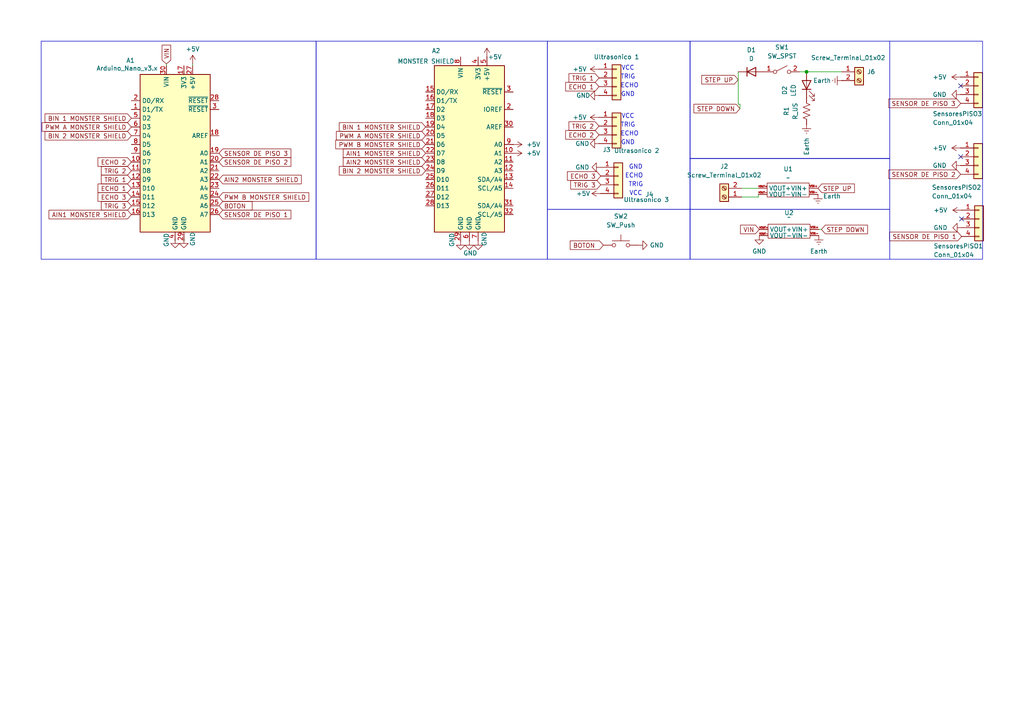
<source format=kicad_sch>
(kicad_sch (version 20231120) (generator "eeschema") (generator_version "8.0")
  (paper "A4")
  (lib_symbols
    (symbol "Conn_01x04_1" (pin_names (offset 1.016) hide)
      (property "Reference" "J" (at 0 5.08 0))
      (property "Value" "Conn_01x04" (at 0 -7.62 0))
      (symbol "Conn_01x04_1_1_1"
        (rectangle (start -1.27 -4.953) (end 0 -5.207) (stroke (width 0.1524)))
        (rectangle (start -1.27 -2.413) (end 0 -2.667) (stroke (width 0.1524)))
        (rectangle (start -1.27 0.127) (end 0 -0.127) (stroke (width 0.1524)))
        (rectangle (start -1.27 2.667) (end 0 2.413) (stroke (width 0.1524)))
        (rectangle (start -1.27 3.81) (end 1.27 -6.35) (stroke (width 0.254)) (fill (type background)))
        (pin passive line (at -5.08 2.54 0) (length 3.81) (name "Pin_1") (number "1"))
        (pin passive line (at -5.08 0 0) (length 3.81) (name "Pin_2") (number "2"))
        (pin passive line (at -5.08 -2.54 0) (length 3.81) (name "Pin_3") (number "3"))
        (pin passive line (at -5.08 -5.08 0) (length 3.81) (name "Pin_4") (number "4"))
      )
    )
    (symbol "Connector:Screw_Terminal_01x02" (pin_names (offset 1.016) hide)
      (property "Reference" "J" (at 0 2.54 0))
      (property "Value" "Screw_Terminal_01x02" (at 0 -5.08 0))
      (symbol "Screw_Terminal_01x02_1_1"
        (rectangle (start -1.27 1.27) (end 1.27 -3.81) (stroke (width 0.254)) (fill (type background)))
        (circle (center 0 -2.54) (radius 0.635) (stroke (width 0.1524)))
        (polyline (pts (xy -0.5334 -2.2098) (xy 0.3302 -3.048)) (stroke (width 0.1524)))
        (polyline (pts (xy -0.5334 0.3302) (xy 0.3302 -0.508)) (stroke (width 0.1524)))
        (polyline (pts (xy -0.3556 -2.032) (xy 0.508 -2.8702)) (stroke (width 0.1524)))
        (polyline (pts (xy -0.3556 0.508) (xy 0.508 -0.3302)) (stroke (width 0.1524)))
        (circle (center 0 0) (radius 0.635) (stroke (width 0.1524)))
        (pin passive line (at -5.08 0 0) (length 3.81) (name "Pin_1") (number "1"))
        (pin passive line (at -5.08 -2.54 0) (length 3.81) (name "Pin_2") (number "2"))
      )
    )
    (symbol "Connector_Generic:Conn_01x04" (pin_names (offset 1.016) hide)
      (property "Reference" "J1" (at -1.016 5.08 0))
      (property "Value" "Ultrasonico" (at -5.842 -7.62 0))
      (symbol "Conn_01x04_1_1"
        (rectangle (start -1.27 -4.953) (end 0 -5.207) (stroke (width 0.1524)))
        (rectangle (start -1.27 -2.413) (end 0 -2.667) (stroke (width 0.1524)))
        (rectangle (start -1.27 0.127) (end 0 -0.127) (stroke (width 0.1524)))
        (rectangle (start -1.27 2.667) (end 0 2.413) (stroke (width 0.1524)))
        (rectangle (start -1.27 3.81) (end 1.27 -6.35) (stroke (width 0.254)) (fill (type background)))
        (pin passive line (at -5.08 2.54 0) (length 3.81) (name "Pin_1") (number "1"))
        (pin passive line (at -5.08 0 0) (length 3.81) (name "Pin_2") (number "2"))
        (pin passive line (at -5.08 -2.54 0) (length 3.81) (name "Pin_3") (number "3"))
        (pin passive line (at -5.08 -5.08 0) (length 3.81) (name "Pin_4") (number "4"))
      )
    )
    (symbol "Device:D" (pin_numbers hide) (pin_names (offset 1.016) hide)
      (property "Reference" "D" (at 0 2.54 0))
      (property "Value" "D" (at 0 -2.54 0))
      (symbol "D_0_1"
        (polyline (pts (xy -1.27 1.27) (xy -1.27 -1.27)) (stroke (width 0.254)))
        (polyline (pts (xy 1.27 0) (xy -1.27 0)))
        (polyline (pts (xy 1.27 1.27) (xy 1.27 -1.27) (xy -1.27 0) (xy 1.27 1.27)) (stroke (width 0.254)))
      )
      (symbol "D_1_1"
        (pin passive line (at -3.81 0 0) (length 2.54) (name "K") (number "1"))
        (pin passive line (at 3.81 0 180) (length 2.54) (name "A") (number "2"))
      )
    )
    (symbol "Device:LED" (pin_numbers hide) (pin_names (offset 1.016) hide)
      (property "Reference" "D" (at 0 2.54 0))
      (property "Value" "LED" (at 0 -2.54 0))
      (symbol "LED_0_1"
        (polyline (pts (xy -1.27 -1.27) (xy -1.27 1.27)) (stroke (width 0.254)))
        (polyline (pts (xy -1.27 0) (xy 1.27 0)))
        (polyline (pts (xy 1.27 -1.27) (xy 1.27 1.27) (xy -1.27 0) (xy 1.27 -1.27)) (stroke (width 0.254)))
        (polyline (pts (xy -3.048 -0.762) (xy -4.572 -2.286) (xy -3.81 -2.286) (xy -4.572 -2.286) (xy -4.572 -1.524)))
        (polyline (pts (xy -1.778 -0.762) (xy -3.302 -2.286) (xy -2.54 -2.286) (xy -3.302 -2.286) (xy -3.302 -1.524)))
      )
      (symbol "LED_1_1"
        (pin passive line (at -3.81 0 0) (length 2.54) (name "K") (number "1"))
        (pin passive line (at 3.81 0 180) (length 2.54) (name "A") (number "2"))
      )
    )
    (symbol "Device:R_US" (pin_numbers hide) (pin_names (offset 0))
      (property "Reference" "R" (at 2.54 0 90))
      (property "Value" "R_US" (at -2.54 0 90))
      (symbol "R_US_0_1"
        (polyline (pts (xy 0 -2.286) (xy 0 -2.54)))
        (polyline (pts (xy 0 2.286) (xy 0 2.54)))
        (polyline (pts (xy 0 -0.762) (xy 1.016 -1.143) (xy 0 -1.524) (xy -1.016 -1.905) (xy 0 -2.286)))
        (polyline (pts (xy 0 0.762) (xy 1.016 0.381) (xy 0 0) (xy -1.016 -0.381) (xy 0 -0.762)))
        (polyline (pts (xy 0 2.286) (xy 1.016 1.905) (xy 0 1.524) (xy -1.016 1.143) (xy 0 0.762)))
      )
      (symbol "R_US_1_1"
        (pin passive line (at 0 3.81 270) (length 1.27) (name "~") (number "1"))
        (pin passive line (at 0 -3.81 90) (length 1.27) (name "~") (number "2"))
      )
    )
    (symbol "MCU_Module:Arduino_Nano_v3.x"
      (property "Reference" "A" (at -10.16 23.495 0))
      (property "Value" "Arduino_Nano_v3.x" (at 5.08 -24.13 0))
      (symbol "Arduino_Nano_v3.x_0_1"
        (rectangle (start -10.16 22.86) (end 10.16 -22.86) (stroke (width 0.254)) (fill (type background)))
      )
      (symbol "Arduino_Nano_v3.x_1_1"
        (pin bidirectional line (at -12.7 12.7 0) (length 2.54) (name "D1/TX") (number "1"))
        (pin bidirectional line (at -12.7 -2.54 0) (length 2.54) (name "D7") (number "10"))
        (pin bidirectional line (at -12.7 -5.08 0) (length 2.54) (name "D8") (number "11"))
        (pin bidirectional line (at -12.7 -7.62 0) (length 2.54) (name "D9") (number "12"))
        (pin bidirectional line (at -12.7 -10.16 0) (length 2.54) (name "D10") (number "13"))
        (pin bidirectional line (at -12.7 -12.7 0) (length 2.54) (name "D11") (number "14"))
        (pin bidirectional line (at -12.7 -15.24 0) (length 2.54) (name "D12") (number "15"))
        (pin bidirectional line (at -12.7 -17.78 0) (length 2.54) (name "D13") (number "16"))
        (pin power_out line (at 2.54 25.4 270) (length 2.54) (name "3V3") (number "17"))
        (pin input line (at 12.7 5.08 180) (length 2.54) (name "AREF") (number "18"))
        (pin bidirectional line (at 12.7 0 180) (length 2.54) (name "A0") (number "19"))
        (pin bidirectional line (at -12.7 15.24 0) (length 2.54) (name "D0/RX") (number "2"))
        (pin bidirectional line (at 12.7 -2.54 180) (length 2.54) (name "A1") (number "20"))
        (pin bidirectional line (at 12.7 -5.08 180) (length 2.54) (name "A2") (number "21"))
        (pin bidirectional line (at 12.7 -7.62 180) (length 2.54) (name "A3") (number "22"))
        (pin bidirectional line (at 12.7 -10.16 180) (length 2.54) (name "A4") (number "23"))
        (pin bidirectional line (at 12.7 -12.7 180) (length 2.54) (name "A5") (number "24"))
        (pin bidirectional line (at 12.7 -15.24 180) (length 2.54) (name "A6") (number "25"))
        (pin bidirectional line (at 12.7 -17.78 180) (length 2.54) (name "A7") (number "26"))
        (pin power_out line (at 5.08 25.4 270) (length 2.54) (name "+5V") (number "27"))
        (pin input line (at 12.7 15.24 180) (length 2.54) (name "~{RESET}") (number "28"))
        (pin power_in line (at 2.54 -25.4 90) (length 2.54) (name "GND") (number "29"))
        (pin input line (at 12.7 12.7 180) (length 2.54) (name "~{RESET}") (number "3"))
        (pin power_in line (at -2.54 25.4 270) (length 2.54) (name "VIN") (number "30"))
        (pin power_in line (at 0 -25.4 90) (length 2.54) (name "GND") (number "4"))
        (pin bidirectional line (at -12.7 10.16 0) (length 2.54) (name "D2") (number "5"))
        (pin bidirectional line (at -12.7 7.62 0) (length 2.54) (name "D3") (number "6"))
        (pin bidirectional line (at -12.7 5.08 0) (length 2.54) (name "D4") (number "7"))
        (pin bidirectional line (at -12.7 2.54 0) (length 2.54) (name "D5") (number "8"))
        (pin bidirectional line (at -12.7 0 0) (length 2.54) (name "D6") (number "9"))
      )
    )
    (symbol "MCU_Module:Arduino_UNO_R3"
      (property "Reference" "A" (at -10.16 23.495 0))
      (property "Value" "Arduino_UNO_R3" (at 5.08 -26.67 0))
      (symbol "Arduino_UNO_R3_0_1"
        (rectangle (start -10.16 22.86) (end 10.16 -25.4) (stroke (width 0.254)) (fill (type background)))
      )
      (symbol "Arduino_UNO_R3_1_1"
        (pin no_connect line (at -10.16 -20.32 0) (length 2.54) hide (name "NC") (number "1"))
        (pin bidirectional line (at 12.7 -2.54 180) (length 2.54) (name "A1") (number "10"))
        (pin bidirectional line (at 12.7 -5.08 180) (length 2.54) (name "A2") (number "11"))
        (pin bidirectional line (at 12.7 -7.62 180) (length 2.54) (name "A3") (number "12"))
        (pin bidirectional line (at 12.7 -10.16 180) (length 2.54) (name "SDA/A4") (number "13"))
        (pin bidirectional line (at 12.7 -12.7 180) (length 2.54) (name "SCL/A5") (number "14"))
        (pin bidirectional line (at -12.7 15.24 0) (length 2.54) (name "D0/RX") (number "15"))
        (pin bidirectional line (at -12.7 12.7 0) (length 2.54) (name "D1/TX") (number "16"))
        (pin bidirectional line (at -12.7 10.16 0) (length 2.54) (name "D2") (number "17"))
        (pin bidirectional line (at -12.7 7.62 0) (length 2.54) (name "D3") (number "18"))
        (pin bidirectional line (at -12.7 5.08 0) (length 2.54) (name "D4") (number "19"))
        (pin output line (at 12.7 10.16 180) (length 2.54) (name "IOREF") (number "2"))
        (pin bidirectional line (at -12.7 2.54 0) (length 2.54) (name "D5") (number "20"))
        (pin bidirectional line (at -12.7 0 0) (length 2.54) (name "D6") (number "21"))
        (pin bidirectional line (at -12.7 -2.54 0) (length 2.54) (name "D7") (number "22"))
        (pin bidirectional line (at -12.7 -5.08 0) (length 2.54) (name "D8") (number "23"))
        (pin bidirectional line (at -12.7 -7.62 0) (length 2.54) (name "D9") (number "24"))
        (pin bidirectional line (at -12.7 -10.16 0) (length 2.54) (name "D10") (number "25"))
        (pin bidirectional line (at -12.7 -12.7 0) (length 2.54) (name "D11") (number "26"))
        (pin bidirectional line (at -12.7 -15.24 0) (length 2.54) (name "D12") (number "27"))
        (pin bidirectional line (at -12.7 -17.78 0) (length 2.54) (name "D13") (number "28"))
        (pin power_in line (at -2.54 -27.94 90) (length 2.54) (name "GND") (number "29"))
        (pin input line (at 12.7 15.24 180) (length 2.54) (name "~{RESET}") (number "3"))
        (pin input line (at 12.7 5.08 180) (length 2.54) (name "AREF") (number "30"))
        (pin bidirectional line (at 12.7 -17.78 180) (length 2.54) (name "SDA/A4") (number "31"))
        (pin bidirectional line (at 12.7 -20.32 180) (length 2.54) (name "SCL/A5") (number "32"))
        (pin power_out line (at 2.54 25.4 270) (length 2.54) (name "3V3") (number "4"))
        (pin power_out line (at 5.08 25.4 270) (length 2.54) (name "+5V") (number "5"))
        (pin power_in line (at 0 -27.94 90) (length 2.54) (name "GND") (number "6"))
        (pin power_in line (at 2.54 -27.94 90) (length 2.54) (name "GND") (number "7"))
        (pin power_in line (at -2.54 25.4 270) (length 2.54) (name "VIN") (number "8"))
        (pin bidirectional line (at 12.7 0 180) (length 2.54) (name "A0") (number "9"))
      )
    )
    (symbol "Mt3608:LM2596"
      (property "Reference" "U" (at 0 3.81 0))
      (symbol "LM2596_0_1"
        (rectangle (start -6.096 2.794) (end 6.096 -1.27))
      )
      (symbol "LM2596_1_1"
        (pin input line (at 8.636 1.27 180) (length 2.54) (name "VIN+") (number "VIN+"))
        (pin input line (at 8.636 -0.508 180) (length 2.54) (name "VIN-") (number "VIN-"))
        (pin input line (at -8.636 1.27 0) (length 2.54) (name "VOUT+") (number "VOUT+"))
        (pin input line (at -8.636 -0.508 0) (length 2.54) (name "VOUT-") (number "VOUT-"))
      )
    )
    (symbol "Mt3608:mt3608"
      (property "Reference" "U" (at 0 0 0))
      (symbol "mt3608_0_1"
        (rectangle (start -5.08 -1.016) (end 7.112 -5.08))
      )
      (symbol "mt3608_1_1"
        (pin input line (at 9.652 -2.54 180) (length 2.54) (name "VIN+") (number "VIN+"))
        (pin input line (at 9.652 -4.318 180) (length 2.54) (name "VIN-") (number "VIN-"))
        (pin input line (at -7.62 -2.54 0) (length 2.54) (name "VOUT+") (number "VOUT+"))
        (pin input line (at -7.62 -4.318 0) (length 2.54) (name "VOUT-") (number "VOUT-"))
      )
    )
    (symbol "Switch:SW_Push" (pin_numbers hide) (pin_names (offset 1.016) hide)
      (property "Reference" "SW" (at 1.27 2.54 0))
      (property "Value" "SW_Push" (at 0 -1.524 0))
      (symbol "SW_Push_0_1"
        (circle (center -2.032 0) (radius 0.508))
        (polyline (pts (xy 0 1.27) (xy 0 3.048)))
        (polyline (pts (xy 2.54 1.27) (xy -2.54 1.27)))
        (circle (center 2.032 0) (radius 0.508))
        (pin passive line (at -5.08 0 0) (length 2.54) (name "1") (number "1"))
        (pin passive line (at 5.08 0 180) (length 2.54) (name "2") (number "2"))
      )
    )
    (symbol "Switch:SW_SPST" (pin_names (offset 0) hide)
      (property "Reference" "SW" (at 0 3.175 0))
      (property "Value" "SW_SPST" (at 0 -2.54 0))
      (symbol "SW_SPST_0_0"
        (circle (center -2.032 0) (radius 0.508))
        (polyline (pts (xy -1.524 0.254) (xy 1.524 1.778)))
        (circle (center 2.032 0) (radius 0.508))
      )
      (symbol "SW_SPST_1_1"
        (pin passive line (at -5.08 0 0) (length 2.54) (name "A") (number "1"))
        (pin passive line (at 5.08 0 180) (length 2.54) (name "B") (number "2"))
      )
    )
    (symbol "power:+5V" (power) (pin_numbers hide) (pin_names (offset 0) hide)
      (property "Value" "+5V" (at 0 3.556 0))
      (symbol "+5V_0_1"
        (polyline (pts (xy -0.762 1.27) (xy 0 2.54)))
        (polyline (pts (xy 0 0) (xy 0 2.54)))
        (polyline (pts (xy 0 2.54) (xy 0.762 1.27)))
      )
      (symbol "+5V_1_1"
        (pin power_in line (at 0 0 90) (length 0) (name "~") (number "1"))
      )
    )
    (symbol "power:Earth" (power) (pin_numbers hide) (pin_names (offset 0) hide)
      (property "Value" "Earth" (at 0 -3.81 0))
      (symbol "Earth_0_1"
        (polyline (pts (xy -0.635 -1.905) (xy 0.635 -1.905)))
        (polyline (pts (xy -0.127 -2.54) (xy 0.127 -2.54)))
        (polyline (pts (xy 0 -1.27) (xy 0 0)))
        (polyline (pts (xy 1.27 -1.27) (xy -1.27 -1.27)))
      )
      (symbol "Earth_1_1"
        (pin power_in line (at 0 0 270) (length 0) (name "~") (number "1"))
      )
    )
    (symbol "power:GND" (power) (pin_numbers hide) (pin_names (offset 0) hide)
      (property "Value" "GND" (at 0 -3.81 0))
      (symbol "GND_0_1"
        (polyline (pts (xy 0 0) (xy 0 -1.27) (xy 1.27 -1.27) (xy 0 -2.54) (xy -1.27 -1.27) (xy 0 -1.27)))
      )
      (symbol "GND_1_1"
        (pin power_in line (at 0 0 270) (length 0) (name "~") (number "1"))
      )
    )
  )
  (junction (at 233.934 20.828))
  (no_connect (at 278.638 45.466))
  (no_connect (at 278.892 63.5))
  (no_connect (at 278.638 24.892))
  (wire (pts (xy 219.964 56.388) (xy 219.964 57.15)))
  (wire (pts (xy 214.122 30.226) (xy 214.122 20.828)))
  (wire (pts (xy 50.8 69.85) (xy 50.8 69.342)))
  (wire (pts (xy 238.252 66.548) (xy 237.49 66.548)))
  (wire (pts (xy 219.964 57.15) (xy 215.138 57.15)))
  (wire (pts (xy 214.63 30.226) (xy 214.63 31.496)))
  (wire (pts (xy 55.88 19.05) (xy 55.88 18.542)))
  (wire (pts (xy 233.934 20.828) (xy 244.094 20.828)))
  (wire (pts (xy 53.34 69.85) (xy 53.34 69.342)))
  (wire (pts (xy 215.138 54.61) (xy 219.964 54.61)))
  (wire (pts (xy 214.63 30.226) (xy 214.122 30.226)))
  (wire (pts (xy 231.902 20.828) (xy 233.934 20.828)))
  (wire (pts (xy 48.26 19.05) (xy 48.26 18.542)))
  (rectangle (start 200.152 45.974) (end 258.064 60.706))
  (rectangle (start 11.938 11.938) (end 91.694 75.184))
  (rectangle (start 91.694 11.938) (end 158.75 75.184))
  (rectangle (start 158.75 60.706) (end 200.152 75.184))
  (rectangle (start 200.152 11.938) (end 258.064 45.974))
  (rectangle (start 200.152 60.706) (end 258.064 75.184))
  (rectangle (start 258.064 11.938) (end 284.988 75.184))
  (rectangle (start 158.75 11.938) (end 200.152 60.706))
  (text "ECHO" (at 183.896 51.054 0) (effects (font (size 1.27 1.27))))
  (text "TRIG" (at 182.118 22.352 0) (effects (font (size 1.27 1.27))))
  (text "GND" (at 184.404 48.514 0) (effects (font (size 1.27 1.27))))
  (text "VCC\n" (at 182.118 19.812 0) (effects (font (size 1.27 1.27))))
  (text "VCC\n" (at 184.404 56.134 0) (effects (font (size 1.27 1.27))))
  (text "TRIG" (at 182.118 36.322 0) (effects (font (size 1.27 1.27))))
  (text "ECHO" (at 182.626 38.862 0) (effects (font (size 1.27 1.27))))
  (text "TRIG" (at 184.404 53.594 0) (effects (font (size 1.27 1.27))))
  (text "ECHO" (at 182.626 24.892 0) (effects (font (size 1.27 1.27))))
  (text "GND" (at 182.118 27.432 0) (effects (font (size 1.27 1.27))))
  (text "VCC\n" (at 182.118 33.782 0) (effects (font (size 1.27 1.27))))
  (text "GND" (at 182.118 41.402 0) (effects (font (size 1.27 1.27))))
  (global_label "TRIG 3" (shape input) (at 174.244 53.594 180) (property "Intersheetrefs" "${INTERSHEET_REFS}" (effects (hide yes))))
  (global_label "SENSOR DE PISO 3" (shape input) (at 278.638 29.972 180) (property "Intersheetrefs" "${INTERSHEET_REFS}" (effects (hide yes))))
  (global_label "TRIG 3" (shape input) (at 38.1 59.69 180) (property "Intersheetrefs" "${INTERSHEET_REFS}" (effects (hide yes))))
  (global_label "ECHO 1" (shape input) (at 173.736 25.146 180) (property "Intersheetrefs" "${INTERSHEET_REFS}" (effects (hide yes))))
  (global_label "BIN 1 MONSTER SHIELD" (shape input) (at 123.444 36.83 180) (property "Intersheetrefs" "${INTERSHEET_REFS}" (effects (hide yes))))
  (global_label "BIN 2 MONSTER SHIELD" (shape input) (at 38.1 39.37 180) (property "Intersheetrefs" "${INTERSHEET_REFS}" (effects (hide yes))))
  (global_label "ECHO 2" (shape input) (at 38.1 46.99 180) (property "Intersheetrefs" "${INTERSHEET_REFS}" (effects (hide yes))))
  (global_label "SENSOR DE PISO 2" (shape input) (at 63.5 46.99 0) (property "Intersheetrefs" "${INTERSHEET_REFS}" (effects (hide yes))))
  (global_label "VIN" (shape input) (at 48.26 18.542 90) (property "Intersheetrefs" "${INTERSHEET_REFS}" (effects (hide yes))))
  (global_label "STEP DOWN" (shape input) (at 214.63 31.496 180) (property "Intersheetrefs" "${INTERSHEET_REFS}" (effects (hide yes))))
  (global_label "SENSOR DE PISO 1" (shape input) (at 278.892 68.58 180) (property "Intersheetrefs" "${INTERSHEET_REFS}" (effects (hide yes))))
  (global_label "VIN" (shape input) (at 220.218 66.548 180) (property "Intersheetrefs" "${INTERSHEET_REFS}" (effects (hide yes))))
  (global_label "PWM A MONSTER SHIELD" (shape input) (at 123.444 39.37 180) (property "Intersheetrefs" "${INTERSHEET_REFS}" (effects (hide yes))))
  (global_label "BOTON " (shape input) (at 175.006 71.12 180) (property "Intersheetrefs" "${INTERSHEET_REFS}" (effects (hide yes))))
  (global_label "ECHO 3" (shape input) (at 174.244 51.054 180) (property "Intersheetrefs" "${INTERSHEET_REFS}" (effects (hide yes))))
  (global_label "SENSOR DE PISO 2" (shape input) (at 278.638 50.546 180) (property "Intersheetrefs" "${INTERSHEET_REFS}" (effects (hide yes))))
  (global_label "TRIG 1" (shape input) (at 173.736 22.606 180) (property "Intersheetrefs" "${INTERSHEET_REFS}" (effects (hide yes))))
  (global_label "ECHO 1" (shape input) (at 38.1 54.61 180) (property "Intersheetrefs" "${INTERSHEET_REFS}" (effects (hide yes))))
  (global_label "ECHO 2" (shape input) (at 173.736 39.116 180) (property "Intersheetrefs" "${INTERSHEET_REFS}" (effects (hide yes))))
  (global_label "STEP UP" (shape input) (at 214.122 23.114 180) (property "Intersheetrefs" "${INTERSHEET_REFS}" (effects (hide yes))))
  (global_label "TRIG 2" (shape input) (at 38.1 49.53 180) (property "Intersheetrefs" "${INTERSHEET_REFS}" (effects (hide yes))))
  (global_label "PWM B MONSTER SHIELD" (shape input) (at 123.444 41.91 180) (property "Intersheetrefs" "${INTERSHEET_REFS}" (effects (hide yes))))
  (global_label "TRIG 1" (shape input) (at 38.1 52.07 180) (property "Intersheetrefs" "${INTERSHEET_REFS}" (effects (hide yes))))
  (global_label "TRIG 2" (shape input) (at 173.736 36.576 180) (property "Intersheetrefs" "${INTERSHEET_REFS}" (effects (hide yes))))
  (global_label "AIN1 MONSTER SHIELD" (shape input) (at 123.444 44.45 180) (property "Intersheetrefs" "${INTERSHEET_REFS}" (effects (hide yes))))
  (global_label "BOTON " (shape input) (at 63.5 59.69 0) (property "Intersheetrefs" "${INTERSHEET_REFS}" (effects (hide yes))))
  (global_label "PWM B MONSTER SHIELD" (shape input) (at 63.5 57.15 0) (property "Intersheetrefs" "${INTERSHEET_REFS}" (effects (hide yes))))
  (global_label "STEP DOWN" (shape input) (at 238.252 66.548 0) (property "Intersheetrefs" "${INTERSHEET_REFS}" (effects (hide yes))))
  (global_label "STEP UP" (shape input) (at 237.236 54.61 0) (property "Intersheetrefs" "${INTERSHEET_REFS}" (effects (hide yes))))
  (global_label "SENSOR DE PISO 1" (shape input) (at 63.5 62.23 0) (property "Intersheetrefs" "${INTERSHEET_REFS}" (effects (hide yes))))
  (global_label "BIN 1 MONSTER SHIELD" (shape input) (at 38.1 34.29 180) (property "Intersheetrefs" "${INTERSHEET_REFS}" (effects (hide yes))))
  (global_label "PWM A MONSTER SHIELD" (shape input) (at 38.1 36.83 180) (property "Intersheetrefs" "${INTERSHEET_REFS}" (effects (hide yes))))
  (global_label "AIN1 MONSTER SHIELD" (shape input) (at 38.1 62.23 180) (property "Intersheetrefs" "${INTERSHEET_REFS}" (effects (hide yes))))
  (global_label "SENSOR DE PISO 3" (shape input) (at 63.5 44.45 0) (property "Intersheetrefs" "${INTERSHEET_REFS}" (effects (hide yes))))
  (global_label "AIN2 MONSTER SHIELD" (shape input) (at 123.444 46.99 180) (property "Intersheetrefs" "${INTERSHEET_REFS}" (effects (hide yes))))
  (global_label "BIN 2 MONSTER SHIELD" (shape input) (at 123.444 49.53 180) (property "Intersheetrefs" "${INTERSHEET_REFS}" (effects (hide yes))))
  (global_label "ECHO 3" (shape input) (at 38.1 57.15 180) (property "Intersheetrefs" "${INTERSHEET_REFS}" (effects (hide yes))))
  (global_label "AIN2 MONSTER SHIELD" (shape input) (at 63.5 52.07 0) (property "Intersheetrefs" "${INTERSHEET_REFS}" (effects (hide yes))))
  (symbol (lib_id "Connector_Generic:Conn_01x04") (at 178.816 22.606 0) (unit 1)
    (property "Reference" "J1" (at 63.5 -10.16 0))
    (property "Value" "Ultrasonico 1" (at 178.816 16.51 0))
    (property "Footprint" "Connector_PinHeader_2.54mm:PinHeader_1x04_P2.54mm_Vertical" (effects (hide yes)))
    (property "Description" "Generic connector, single row, 01x04, script generated (kicad-library-utils/schlib/autogen/connector/)" (effects (hide yes)))
  )
  (symbol (lib_id "power:Earth") (at 244.094 23.368 270) (unit 1)
    (property "Reference" "#PWR02" (effects (hide yes)))
    (property "Value" "Earth" (at 241.046 23.368 90) (effects (justify right)))
    (property "Description" "Power symbol creates a global label with name \"Earth\"" (effects (hide yes)))
  )
  (symbol (lib_id "power:+5V") (at 55.88 18.542 0) (unit 1)
    (property "Reference" "#PWR05" (effects (hide yes)))
    (property "Value" "+5V" (at 55.88 14.224 0))
    (property "Description" "Power symbol creates a global label with name \"+5V\"" (effects (hide yes)))
  )
  (symbol (lib_id "power:GND") (at 278.638 48.006 270) (unit 1)
    (property "Reference" "#PWR028" (effects (hide yes)))
    (property "Value" "GND" (at 274.574 48.0059 90) (effects (justify right)))
    (property "Description" "Power symbol creates a global label with name \"GND\" , ground" (effects (hide yes)))
  )
  (symbol (lib_id "power:+5V") (at 148.844 41.91 270) (unit 1)
    (property "Reference" "#PWR019" (effects (hide yes)))
    (property "Value" "+5V" (at 152.654 41.9099 90) (effects (justify left)))
    (property "Description" "Power symbol creates a global label with name \"+5V\"" (effects (hide yes)))
  )
  (symbol (lib_id "power:Earth") (at 233.934 36.068 0) (unit 1)
    (property "Reference" "#PWR01" (effects (hide yes)))
    (property "Value" "Earth" (at 233.934 39.878 90) (effects (justify right)))
    (property "Description" "Power symbol creates a global label with name \"Earth\"" (effects (hide yes)))
  )
  (symbol (lib_id "power:GND") (at 173.736 41.656 270) (unit 1)
    (property "Reference" "#PWR013" (effects (hide yes)))
    (property "Value" "GND" (at 168.91 41.656 90))
    (property "Description" "Power symbol creates a global label with name \"GND\" , ground" (effects (hide yes)))
  )
  (symbol (lib_id "power:GND") (at 278.892 66.04 270) (unit 1)
    (property "Reference" "#PWR030" (effects (hide yes)))
    (property "Value" "GND" (at 274.828 66.0399 90) (effects (justify right)))
    (property "Description" "Power symbol creates a global label with name \"GND\" , ground" (effects (hide yes)))
  )
  (symbol (lib_id "power:GND") (at 133.604 69.85 0) (unit 1)
    (property "Reference" "#PWR07" (effects (hide yes)))
    (property "Value" "GND" (at 131.064 69.596 90))
    (property "Description" "Power symbol creates a global label with name \"GND\" , ground" (effects (hide yes)))
  )
  (symbol (lib_id "power:GND") (at 278.638 27.432 270) (unit 1)
    (property "Reference" "#PWR017" (effects (hide yes)))
    (property "Value" "GND" (at 274.574 27.4319 90) (effects (justify right)))
    (property "Description" "Power symbol creates a global label with name \"GND\" , ground" (effects (hide yes)))
  )
  (symbol (lib_id "power:+5V") (at 173.736 20.066 90) (unit 1)
    (property "Reference" "#PWR016" (effects (hide yes)))
    (property "Value" "+5V" (at 170.18 20.0659 90) (effects (justify left)))
    (property "Description" "Power symbol creates a global label with name \"+5V\"" (effects (hide yes)))
  )
  (symbol (lib_id "Device:LED") (at 233.934 24.638 90) (unit 1)
    (property "Reference" "D2" (at 227.584 26.2255 0))
    (property "Value" "LED" (at 230.124 26.2255 0))
    (property "Footprint" "Connector_PinHeader_2.54mm:PinHeader_1x02_P2.54mm_Vertical" (effects (hide yes)))
    (property "Description" "Light emitting diode" (effects (hide yes)))
  )
  (symbol (lib_id "power:+5V") (at 173.736 34.036 90) (unit 1)
    (property "Reference" "#PWR015" (effects (hide yes)))
    (property "Value" "+5V" (at 170.18 34.0359 90) (effects (justify left)))
    (property "Description" "Power symbol creates a global label with name \"+5V\"" (effects (hide yes)))
  )
  (symbol (lib_id "Device:R_US") (at 233.934 32.258 180) (unit 1)
    (property "Reference" "R1" (at 228.092 32.258 90))
    (property "Value" "R_US" (at 230.632 32.258 90))
    (property "Footprint" "Resistor_THT:R_Axial_DIN0207_L6.3mm_D2.5mm_P10.16mm_Horizontal" (effects (hide yes)))
    (property "Description" "Resistor, US symbol" (effects (hide yes)))
  )
  (symbol (lib_id "Mt3608:LM2596") (at 228.854 67.818 0) (unit 1)
    (property "Reference" "U2" (at 228.854 61.722 0))
    (property "Value" "~" (at 228.854 62.992 0))
    (property "Footprint" "Step Down:Step Down" (effects (hide yes)))
  )
  (symbol (lib_id "Connector_Generic:Conn_01x04") (at 178.816 36.576 0) (unit 1)
    (property "Reference" "J3" (at 174.752 43.434 0) (effects (justify left)))
    (property "Value" "Ultrasonico 2" (at 178.054 43.688 0) (effects (justify left)))
    (property "Footprint" "Connector_PinHeader_2.54mm:PinHeader_1x04_P2.54mm_Vertical" (effects (hide yes)))
    (property "Description" "Generic connector, single row, 01x04, script generated (kicad-library-utils/schlib/autogen/connector/)" (effects (hide yes)))
  )
  (symbol (lib_id "power:+5V") (at 174.244 56.134 90) (mirror x) (unit 1)
    (property "Reference" "#PWR010" (effects (hide yes)))
    (property "Value" "+5V" (at 171.196 56.134 90) (effects (justify left)))
    (property "Description" "Power symbol creates a global label with name \"+5V\"" (effects (hide yes)))
  )
  (symbol (lib_id "power:GND") (at 173.736 27.686 270) (unit 1)
    (property "Reference" "#PWR014" (effects (hide yes)))
    (property "Value" "GND" (at 169.164 27.686 90))
    (property "Description" "Power symbol creates a global label with name \"GND\" , ground" (effects (hide yes)))
  )
  (symbol (lib_id "power:GND") (at 174.244 48.514 270) (mirror x) (unit 1)
    (property "Reference" "#PWR012" (effects (hide yes)))
    (property "Value" "GND" (at 168.91 48.514 90))
    (property "Description" "Power symbol creates a global label with name \"GND\" , ground" (effects (hide yes)))
  )
  (symbol (lib_id "power:GND") (at 220.218 68.326 0) (unit 1)
    (property "Reference" "#PWR021" (effects (hide yes)))
    (property "Value" "GND" (at 220.218 72.898 0))
    (property "Description" "Power symbol creates a global label with name \"GND\" , ground" (effects (hide yes)))
  )
  (symbol (lib_name "Conn_01x04_1") (lib_id "Connector_Generic:Conn_01x04") (at 283.718 24.892 0) (unit 1)
    (property "Reference" "SensoresPISO3" (at 270.51 33.02 0) (effects (justify left)))
    (property "Value" "Conn_01x04" (at 270.51 35.56 0) (effects (justify left)))
    (property "Footprint" "Connector_PinSocket_2.54mm:PinSocket_1x04_P2.54mm_Vertical" (effects (hide yes)))
    (property "Description" "Generic connector, single row, 01x04, script generated (kicad-library-utils/schlib/autogen/connector/)" (effects (hide yes)))
  )
  (symbol (lib_id "Mt3608:mt3608") (at 227.584 52.07 0) (unit 1)
    (property "Reference" "U1" (at 228.6 49.022 0))
    (property "Value" "~" (at 228.6 51.562 0))
    (property "Footprint" "misc_footprints:MT3608_module" (effects (hide yes)))
  )
  (symbol (lib_id "Switch:SW_Push") (at 180.086 71.12 0) (unit 1)
    (property "Reference" "SW2" (at 180.086 62.738 0))
    (property "Value" "SW_Push" (at 180.086 65.278 0))
    (property "Footprint" "Connector_PinHeader_2.54mm:PinHeader_1x02_P2.54mm_Vertical" (effects (hide yes)))
    (property "Description" "Push button switch, generic, two pins" (effects (hide yes)))
  )
  (symbol (lib_id "Switch:SW_SPST") (at 226.822 20.828 0) (unit 1)
    (property "Reference" "SW1" (at 226.822 13.716 0))
    (property "Value" "SW_SPST" (at 226.822 16.256 0))
    (property "Footprint" "Connector_PinHeader_2.54mm:PinHeader_1x02_P2.54mm_Vertical" (effects (hide yes)))
    (property "Description" "Single Pole Single Throw (SPST) switch" (effects (hide yes)))
  )
  (symbol (lib_id "power:GND") (at 136.144 69.85 0) (unit 1)
    (property "Reference" "#PWR08" (effects (hide yes)))
    (property "Value" "GND" (at 136.398 73.406 0))
    (property "Description" "Power symbol creates a global label with name \"GND\" , ground" (effects (hide yes)))
  )
  (symbol (lib_id "Device:D") (at 217.932 20.828 0) (unit 1)
    (property "Reference" "D1" (at 217.932 14.478 0))
    (property "Value" "D" (at 217.932 17.018 0))
    (property "Footprint" "Diode_THT:D_5W_P10.16mm_Horizontal" (effects (hide yes)))
    (property "Description" "Diode" (effects (hide yes)))
    (property "Sim.Device" "D" (effects (hide yes)))
    (property "Sim.Pins" "1=K 2=A" (effects (hide yes)))
  )
  (symbol (lib_id "Connector:Screw_Terminal_01x02") (at 249.174 20.828 0) (unit 1)
    (property "Reference" "J6" (at 251.46 20.8279 0) (effects (justify left)))
    (property "Value" "Screw_Terminal_01x02" (at 235.204 16.764 0) (effects (justify left)))
    (property "Footprint" "Connector_AMASS:AMASS_XT60-F_1x02_P7.20mm_Vertical" (effects (hide yes)))
    (property "Description" "Generic screw terminal, single row, 01x02, script generated (kicad-library-utils/schlib/autogen/connector/)" (effects (hide yes)))
  )
  (symbol (lib_id "power:GND") (at 53.34 69.342 0) (unit 1)
    (property "Reference" "#PWR04" (effects (hide yes)))
    (property "Value" "GND" (at 55.88 69.342 90))
    (property "Description" "Power symbol creates a global label with name \"GND\" , ground" (effects (hide yes)))
  )
  (symbol (lib_id "power:+5V") (at 278.638 42.926 90) (unit 1)
    (property "Reference" "#PWR027" (effects (hide yes)))
    (property "Value" "+5V" (at 274.574 42.9259 90) (effects (justify left)))
    (property "Description" "Power symbol creates a global label with name \"+5V\"" (effects (hide yes)))
  )
  (symbol (lib_id "power:GND") (at 50.8 69.342 0) (unit 1)
    (property "Reference" "#PWR03" (effects (hide yes)))
    (property "Value" "GND" (at 48.26 69.596 90))
    (property "Description" "Power symbol creates a global label with name \"GND\" , ground" (effects (hide yes)))
  )
  (symbol (lib_id "Connector:Screw_Terminal_01x02") (at 210.058 57.15 180) (unit 1)
    (property "Reference" "J2" (at 210.058 48.26 0))
    (property "Value" "Screw_Terminal_01x02" (at 210.058 50.8 0))
    (property "Footprint" "TerminalBlock:TerminalBlock_bornier-2_P5.08mm" (effects (hide yes)))
    (property "Description" "Generic screw terminal, single row, 01x02, script generated (kicad-library-utils/schlib/autogen/connector/)" (effects (hide yes)))
  )
  (symbol (lib_id "power:GND") (at 138.684 69.85 0) (unit 1)
    (property "Reference" "#PWR09" (effects (hide yes)))
    (property "Value" "GND" (at 140.462 69.342 90))
    (property "Description" "Power symbol creates a global label with name \"GND\" , ground" (effects (hide yes)))
  )
  (symbol (lib_id "Connector_Generic:Conn_01x04") (at 179.324 51.054 0) (unit 1)
    (property "Reference" "J4" (at 187.198 56.388 0) (effects (justify left)))
    (property "Value" "Ultrasonico 3" (at 180.848 57.912 0) (effects (justify left)))
    (property "Footprint" "Connector_PinHeader_2.54mm:PinHeader_1x04_P2.54mm_Vertical" (effects (hide yes)))
    (property "Description" "Generic connector, single row, 01x04, script generated (kicad-library-utils/schlib/autogen/connector/)" (effects (hide yes)))
  )
  (symbol (lib_name "Conn_01x04_1") (lib_id "Connector_Generic:Conn_01x04") (at 283.718 45.466 0) (unit 1)
    (property "Reference" "SensoresPISO2" (at 270.256 54.356 0) (effects (justify left)))
    (property "Value" "Conn_01x04" (at 270.256 56.896 0) (effects (justify left)))
    (property "Footprint" "Connector_PinSocket_2.54mm:PinSocket_1x04_P2.54mm_Vertical" (effects (hide yes)))
    (property "Description" "Generic connector, single row, 01x04, script generated (kicad-library-utils/schlib/autogen/connector/)" (effects (hide yes)))
  )
  (symbol (lib_id "MCU_Module:Arduino_Nano_v3.x") (at 50.8 44.45 0) (unit 1)
    (property "Reference" "A1" (at 36.576 17.526 0) (effects (justify left)))
    (property "Value" "Arduino_Nano_v3.x" (at 27.94 19.812 0) (effects (justify left)))
    (property "Footprint" "Module:Arduino_Nano" (effects (hide yes)))
    (property "Datasheet" "http://www.mouser.com/pdfdocs/Gravitech_Arduino_Nano3_0.pdf" (effects (hide yes)))
    (property "Description" "Arduino Nano v3.x" (effects (hide yes)))
  )
  (symbol (lib_id "power:+5V") (at 278.892 60.96 90) (unit 1)
    (property "Reference" "#PWR029" (effects (hide yes)))
    (property "Value" "+5V" (at 274.828 60.9599 90) (effects (justify left)))
    (property "Description" "Power symbol creates a global label with name \"+5V\"" (effects (hide yes)))
  )
  (symbol (lib_name "Conn_01x04_1") (lib_id "Connector_Generic:Conn_01x04") (at 283.972 63.5 0) (unit 1)
    (property "Reference" "SensoresPISO1" (at 270.764 71.374 0) (effects (justify left)))
    (property "Value" "Conn_01x04" (at 270.764 73.914 0) (effects (justify left)))
    (property "Footprint" "Connector_PinSocket_2.54mm:PinSocket_1x04_P2.54mm_Vertical" (effects (hide yes)))
    (property "Description" "Generic connector, single row, 01x04, script generated (kicad-library-utils/schlib/autogen/connector/)" (effects (hide yes)))
  )
  (symbol (lib_id "MCU_Module:Arduino_UNO_R3") (at 136.144 41.91 0) (unit 1)
    (property "Reference" "A2" (at 125.222 14.732 0) (effects (justify left)))
    (property "Value" "MONSTER SHIELD" (at 115.316 17.78 0) (effects (justify left)))
    (property "Footprint" "Module:Arduino_UNO_R3" (effects (hide yes)))
    (property "Datasheet" "https://www.arduino.cc/en/Main/arduinoBoardUno" (effects (hide yes)))
    (property "Description" "Arduino UNO Microcontroller Module, release 3" (effects (hide yes)))
  )
  (symbol (lib_id "power:Earth") (at 237.236 56.388 0) (unit 1)
    (property "Reference" "#PWR020" (effects (hide yes)))
    (property "Value" "Earth" (at 241.3 56.896 0))
    (property "Description" "Power symbol creates a global label with name \"Earth\"" (effects (hide yes)))
  )
  (symbol (lib_id "power:+5V") (at 148.844 44.45 270) (unit 1)
    (property "Reference" "#PWR018" (effects (hide yes)))
    (property "Value" "+5V" (at 152.654 44.4499 90) (effects (justify left)))
    (property "Description" "Power symbol creates a global label with name \"+5V\"" (effects (hide yes)))
  )
  (symbol (lib_id "power:Earth") (at 237.49 68.326 0) (unit 1)
    (property "Reference" "#PWR022" (effects (hide yes)))
    (property "Value" "Earth" (at 237.49 72.898 0))
    (property "Description" "Power symbol creates a global label with name \"Earth\"" (effects (hide yes)))
  )
  (symbol (lib_id "power:+5V") (at 278.638 22.352 90) (unit 1)
    (property "Reference" "#PWR011" (effects (hide yes)))
    (property "Value" "+5V" (at 274.574 22.3519 90) (effects (justify left)))
    (property "Description" "Power symbol creates a global label with name \"+5V\"" (effects (hide yes)))
  )
  (symbol (lib_id "power:+5V") (at 141.224 16.51 0) (unit 1)
    (property "Reference" "#PWR06" (effects (hide yes)))
    (property "Value" "+5V" (at 143.51 16.51 0))
    (property "Description" "Power symbol creates a global label with name \"+5V\"" (effects (hide yes)))
  )
  (symbol (lib_id "power:GND") (at 185.166 71.12 90) (unit 1)
    (property "Reference" "#PWR026" (effects (hide yes)))
    (property "Value" "GND" (at 188.468 71.1199 90) (effects (justify right)))
    (property "Description" "Power symbol creates a global label with name \"GND\" , ground" (effects (hide yes)))
  )
)
</source>
